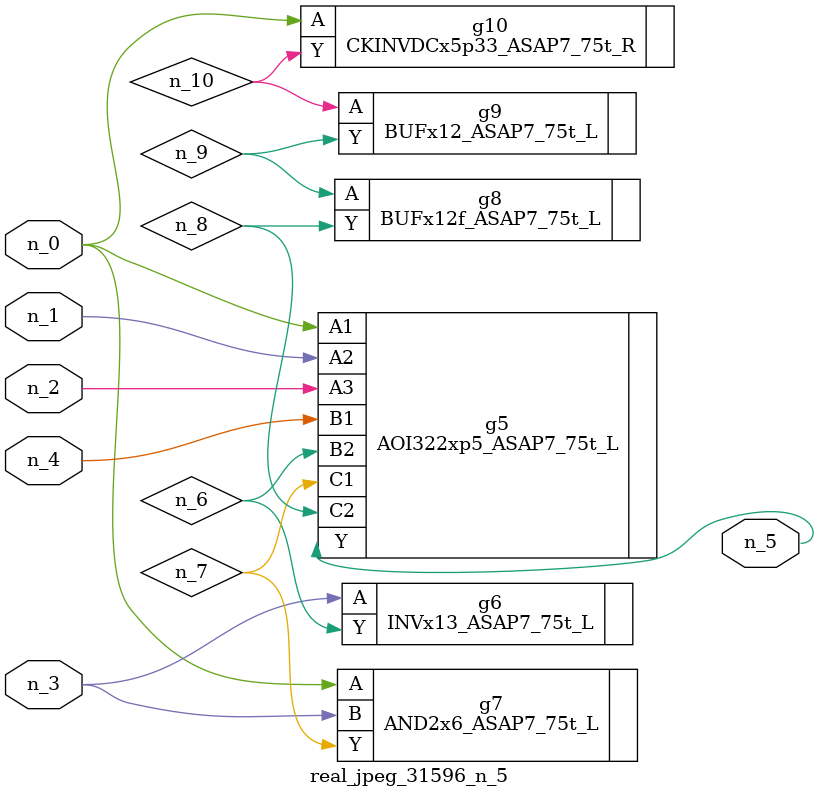
<source format=v>
module real_jpeg_31596_n_5 (n_4, n_0, n_1, n_2, n_3, n_5);

input n_4;
input n_0;
input n_1;
input n_2;
input n_3;

output n_5;

wire n_8;
wire n_6;
wire n_7;
wire n_10;
wire n_9;

AOI322xp5_ASAP7_75t_L g5 ( 
.A1(n_0),
.A2(n_1),
.A3(n_2),
.B1(n_4),
.B2(n_6),
.C1(n_7),
.C2(n_8),
.Y(n_5)
);

AND2x6_ASAP7_75t_L g7 ( 
.A(n_0),
.B(n_3),
.Y(n_7)
);

CKINVDCx5p33_ASAP7_75t_R g10 ( 
.A(n_0),
.Y(n_10)
);

INVx13_ASAP7_75t_L g6 ( 
.A(n_3),
.Y(n_6)
);

BUFx12f_ASAP7_75t_L g8 ( 
.A(n_9),
.Y(n_8)
);

BUFx12_ASAP7_75t_L g9 ( 
.A(n_10),
.Y(n_9)
);


endmodule
</source>
